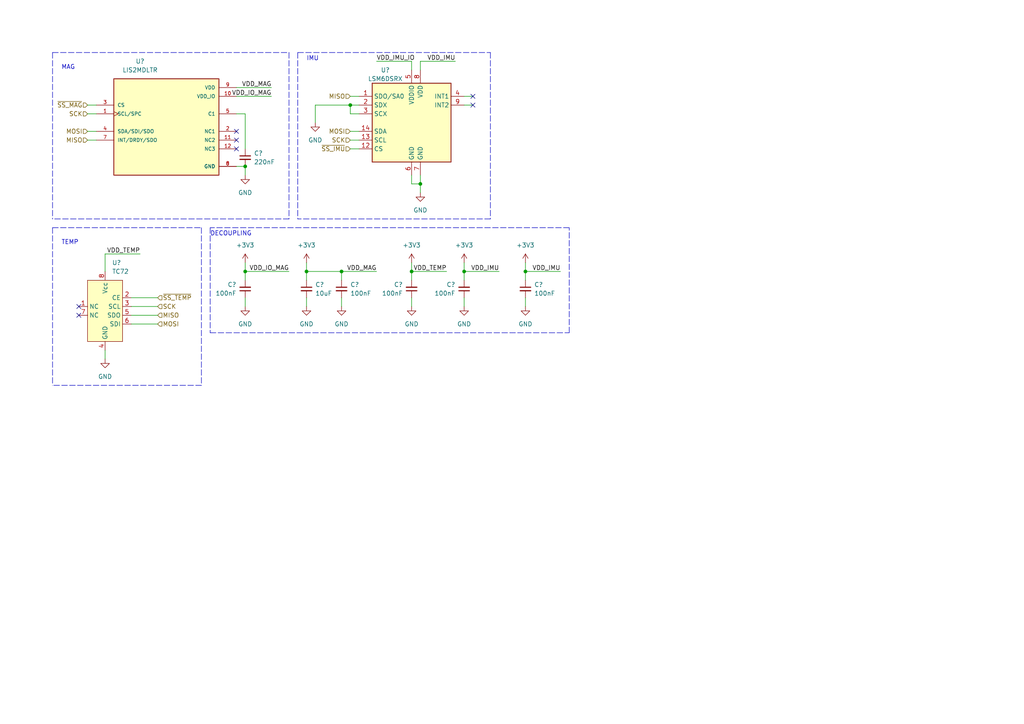
<source format=kicad_sch>
(kicad_sch (version 20211123) (generator eeschema)
  (paper "A4")
  (lib_symbols
    (symbol "Device:C_Small" (pin_numbers hide) (pin_names (offset 0.254) hide)
      (property "Reference" "C" (at 0.254 1.778 0))
      (property "Value" "C_Small" (at 0.254 -2.032 0))
      (symbol "C_Small_0_1"
        (polyline (pts (xy -1.524 -0.508) (xy 1.524 -0.508)) (stroke (width 0.3302)))
        (polyline (pts (xy -1.524 0.508) (xy 1.524 0.508)) (stroke (width 0.3048)))
      )
      (symbol "C_Small_1_1"
        (pin passive line (at 0 2.54 270) (length 2.032) (name "~") (number "1"))
        (pin passive line (at 0 -2.54 90) (length 2.032) (name "~") (number "2"))
      )
    )
    (symbol "Sensor_Motion:LSM6DS3"
      (property "Reference" "U" (at -11.43 15.24 0))
      (property "Value" "LSM6DS3" (at -11.43 12.7 0))
      (symbol "LSM6DS3_0_1"
        (rectangle (start 11.43 11.43) (end -11.43 -11.43) (stroke (width 0.254)) (fill (type background)))
      )
      (symbol "LSM6DS3_1_1"
        (pin bidirectional line (at -15.24 7.62 0) (length 3.81) (name "SDO/SA0") (number "1"))
        (pin no_connect line (at 10.16 -5.08 180) (length 3.81) hide (name "NC") (number "10"))
        (pin no_connect line (at 10.16 -2.54 180) (length 3.81) hide (name "NC") (number "11"))
        (pin input line (at -15.24 -7.62 0) (length 3.81) (name "CS") (number "12"))
        (pin input line (at -15.24 -5.08 0) (length 3.81) (name "SCL") (number "13"))
        (pin bidirectional line (at -15.24 -2.54 0) (length 3.81) (name "SDA") (number "14"))
        (pin bidirectional line (at -15.24 5.08 0) (length 3.81) (name "SDX") (number "2"))
        (pin input line (at -15.24 2.54 0) (length 3.81) (name "SCX") (number "3"))
        (pin output line (at 15.24 7.62 180) (length 3.81) (name "INT1") (number "4"))
        (pin power_in line (at 0 15.24 270) (length 3.81) (name "VDDIO") (number "5"))
        (pin power_in line (at 0 -15.24 90) (length 3.81) (name "GND") (number "6"))
        (pin power_in line (at 2.54 -15.24 90) (length 3.81) (name "GND") (number "7"))
        (pin power_in line (at 2.54 15.24 270) (length 3.81) (name "VDD") (number "8"))
        (pin output line (at 15.24 5.08 180) (length 3.81) (name "INT2") (number "9"))
      )
    )
    (symbol "power:+3.3V" (power) (pin_names (offset 0))
      (property "Value" "+3.3V" (at 0 3.556 0))
      (symbol "+3.3V_0_1"
        (polyline (pts (xy -0.762 1.27) (xy 0 2.54)))
        (polyline (pts (xy 0 0) (xy 0 2.54)))
        (polyline (pts (xy 0 2.54) (xy 0.762 1.27)))
      )
      (symbol "+3.3V_1_1"
        (pin power_in line (at 0 0 90) (length 0) hide (name "+3V3") (number "1"))
      )
    )
    (symbol "power:GND" (power) (pin_names (offset 0))
      (property "Value" "GND" (at 0 -3.81 0))
      (symbol "GND_0_1"
        (polyline (pts (xy 0 0) (xy 0 -1.27) (xy 1.27 -1.27) (xy 0 -2.54) (xy -1.27 -1.27) (xy 0 -1.27)))
      )
      (symbol "GND_1_1"
        (pin power_in line (at 0 0 270) (length 0) hide (name "GND") (number "1"))
      )
    )
    (symbol "schematics:LIS2MDLTR" (pin_names (offset 1.016))
      (property "Reference" "U" (at -15.24 13.97 0))
      (property "Value" "LIS2MDLTR" (at -15.24 -17.78 0))
      (symbol "LIS2MDLTR_0_0"
        (rectangle (start -15.24 -15.24) (end 15.24 12.7) (stroke (width 0.254)) (fill (type background)))
        (pin input clock (at -20.32 2.54 0) (length 5.08) (name "SCL/SPC") (number "1"))
        (pin power_in line (at 20.32 7.62 180) (length 5.08) (name "VDD_IO") (number "10"))
        (pin passive line (at 20.32 -5.08 180) (length 5.08) (name "NC2") (number "11"))
        (pin passive line (at 20.32 -7.62 180) (length 5.08) (name "NC3") (number "12"))
        (pin passive line (at 20.32 -2.54 180) (length 5.08) (name "NC1") (number "2"))
        (pin input line (at -20.32 5.08 0) (length 5.08) (name "CS") (number "3"))
        (pin bidirectional line (at -20.32 -2.54 0) (length 5.08) (name "SDA/SDI/SDO") (number "4"))
        (pin passive line (at 20.32 2.54 180) (length 5.08) (name "C1") (number "5"))
        (pin power_in line (at 20.32 -12.7 180) (length 5.08) (name "GND") (number "6"))
        (pin bidirectional line (at -20.32 -5.08 0) (length 5.08) (name "INT/DRDY/SDO") (number "7"))
        (pin power_in line (at 20.32 -12.7 180) (length 5.08) (name "GND") (number "8"))
        (pin power_in line (at 20.32 10.16 180) (length 5.08) (name "VDD") (number "9"))
      )
    )
    (symbol "schematics:TC72"
      (property "Reference" "U" (at 6.35 12.7 0))
      (property "Value" "TC72" (at 6.35 10.16 0))
      (symbol "TC72_0_1"
        (rectangle (start -5.08 7.62) (end 5.08 -10.16) (fill (type background)))
      )
      (symbol "TC72_1_1"
        (pin input line (at -7.62 0 0) (length 2.54) (name "NC") (number "1"))
        (pin input line (at 7.62 2.54 180) (length 2.54) (name "CE") (number "2"))
        (pin input line (at 7.62 0 180) (length 2.54) (name "SCL") (number "3"))
        (pin input line (at 0 -12.7 90) (length 2.54) (name "GND") (number "4"))
        (pin input line (at 7.62 -2.54 180) (length 2.54) (name "SDO") (number "5"))
        (pin input line (at 7.62 -5.08 180) (length 2.54) (name "SDI") (number "6"))
        (pin input line (at -7.62 -2.54 0) (length 2.54) (name "NC") (number "7"))
        (pin input line (at 0 10.16 270) (length 2.54) (name "Vcc") (number "8"))
      )
    )
  )
  (junction (at 71.12 48.26))
  (junction (at 99.06 78.74))
  (junction (at 121.92 53.34))
  (junction (at 152.4 78.74))
  (junction (at 101.6 30.48))
  (junction (at 119.38 78.74))
  (junction (at 71.12 78.74))
  (junction (at 88.9 78.74))
  (junction (at 134.62 78.74))
  (no_connect (at 137.16 27.94))
  (no_connect (at 137.16 30.48))
  (no_connect (at 22.86 88.9))
  (no_connect (at 22.86 91.44))
  (no_connect (at 68.58 38.1))
  (no_connect (at 68.58 43.18))
  (no_connect (at 68.58 40.64))
  (wire (pts (xy 101.6 40.64) (xy 104.14 40.64)))
  (wire (pts (xy 119.38 86.36) (xy 119.38 88.9)))
  (wire (pts (xy 119.38 78.74) (xy 119.38 81.28)))
  (wire (pts (xy 88.9 76.2) (xy 88.9 78.74)))
  (wire (pts (xy 152.4 78.74) (xy 152.4 81.28)))
  (polyline (pts (xy 15.24 15.24) (xy 15.24 63.5)))
  (polyline (pts (xy 86.36 15.24) (xy 142.24 15.24)))
  (wire (pts (xy 71.12 48.26) (xy 71.12 50.8)))
  (wire (pts (xy 91.44 30.48) (xy 101.6 30.48)))
  (wire (pts (xy 25.4 30.48) (xy 27.94 30.48)))
  (wire (pts (xy 101.6 38.1) (xy 104.14 38.1)))
  (wire (pts (xy 121.92 53.34) (xy 121.92 55.88)))
  (wire (pts (xy 68.58 33.02) (xy 71.12 33.02)))
  (wire (pts (xy 91.44 30.48) (xy 91.44 35.56)))
  (wire (pts (xy 71.12 78.74) (xy 71.12 81.28)))
  (wire (pts (xy 119.38 17.78) (xy 119.38 20.32)))
  (polyline (pts (xy 15.24 66.04) (xy 58.42 66.04)))
  (wire (pts (xy 38.1 93.98) (xy 45.72 93.98)))
  (wire (pts (xy 88.9 86.36) (xy 88.9 88.9)))
  (wire (pts (xy 25.4 38.1) (xy 27.94 38.1)))
  (polyline (pts (xy 60.96 96.52) (xy 165.1 96.52)))
  (wire (pts (xy 121.92 50.8) (xy 121.92 53.34)))
  (wire (pts (xy 30.48 73.66) (xy 40.64 73.66)))
  (wire (pts (xy 68.58 27.94) (xy 78.74 27.94)))
  (polyline (pts (xy 60.96 66.04) (xy 60.96 96.52)))
  (polyline (pts (xy 83.82 63.5) (xy 15.24 63.5)))
  (wire (pts (xy 121.92 17.78) (xy 121.92 20.32)))
  (wire (pts (xy 25.4 40.64) (xy 27.94 40.64)))
  (wire (pts (xy 99.06 78.74) (xy 109.22 78.74)))
  (wire (pts (xy 134.62 27.94) (xy 137.16 27.94)))
  (polyline (pts (xy 15.24 66.04) (xy 15.24 111.76)))
  (polyline (pts (xy 142.24 15.24) (xy 142.24 63.5)))
  (polyline (pts (xy 142.24 63.5) (xy 86.36 63.5)))
  (polyline (pts (xy 83.82 15.24) (xy 83.82 63.5)))
  (wire (pts (xy 71.12 33.02) (xy 71.12 43.18)))
  (wire (pts (xy 132.08 17.78) (xy 121.92 17.78)))
  (wire (pts (xy 99.06 78.74) (xy 99.06 81.28)))
  (wire (pts (xy 134.62 86.36) (xy 134.62 88.9)))
  (wire (pts (xy 152.4 76.2) (xy 152.4 78.74)))
  (wire (pts (xy 101.6 33.02) (xy 104.14 33.02)))
  (wire (pts (xy 71.12 78.74) (xy 83.82 78.74)))
  (wire (pts (xy 119.38 50.8) (xy 119.38 53.34)))
  (wire (pts (xy 109.22 17.78) (xy 119.38 17.78)))
  (wire (pts (xy 119.38 78.74) (xy 129.54 78.74)))
  (polyline (pts (xy 165.1 96.52) (xy 165.1 66.04)))
  (wire (pts (xy 101.6 27.94) (xy 104.14 27.94)))
  (wire (pts (xy 68.58 25.4) (xy 78.74 25.4)))
  (wire (pts (xy 99.06 86.36) (xy 99.06 88.9)))
  (polyline (pts (xy 15.24 15.24) (xy 83.82 15.24)))
  (wire (pts (xy 38.1 88.9) (xy 45.72 88.9)))
  (wire (pts (xy 38.1 91.44) (xy 45.72 91.44)))
  (wire (pts (xy 88.9 78.74) (xy 88.9 81.28)))
  (polyline (pts (xy 165.1 66.04) (xy 60.96 66.04)))
  (wire (pts (xy 134.62 76.2) (xy 134.62 78.74)))
  (wire (pts (xy 68.58 48.26) (xy 71.12 48.26)))
  (polyline (pts (xy 58.42 66.04) (xy 58.42 111.76)))
  (wire (pts (xy 71.12 76.2) (xy 71.12 78.74)))
  (wire (pts (xy 152.4 78.74) (xy 162.56 78.74)))
  (wire (pts (xy 119.38 76.2) (xy 119.38 78.74)))
  (wire (pts (xy 25.4 33.02) (xy 27.94 33.02)))
  (wire (pts (xy 30.48 101.6) (xy 30.48 104.14)))
  (wire (pts (xy 88.9 78.74) (xy 99.06 78.74)))
  (wire (pts (xy 104.14 30.48) (xy 101.6 30.48)))
  (wire (pts (xy 134.62 78.74) (xy 134.62 81.28)))
  (wire (pts (xy 134.62 30.48) (xy 137.16 30.48)))
  (wire (pts (xy 152.4 86.36) (xy 152.4 88.9)))
  (wire (pts (xy 101.6 30.48) (xy 101.6 33.02)))
  (wire (pts (xy 71.12 86.36) (xy 71.12 88.9)))
  (wire (pts (xy 134.62 78.74) (xy 144.78 78.74)))
  (wire (pts (xy 30.48 73.66) (xy 30.48 78.74)))
  (wire (pts (xy 101.6 43.18) (xy 104.14 43.18)))
  (wire (pts (xy 38.1 86.36) (xy 45.72 86.36)))
  (polyline (pts (xy 58.42 111.76) (xy 15.24 111.76)))
  (polyline (pts (xy 86.36 15.24) (xy 86.36 63.5)))
  (wire (pts (xy 119.38 53.34) (xy 121.92 53.34)))
  (text "MAG\n" (at 17.78 20.32 0) (effects (font (size 1.27 1.27)) (justify left bottom)))
  (text "DECOUPLING\n" (at 60.96 68.58 0) (effects (font (size 1.27 1.27)) (justify left bottom)))
  (text "IMU\n" (at 88.9 17.78 0) (effects (font (size 1.27 1.27)) (justify left bottom)))
  (text "TEMP\n" (at 17.78 71.12 0) (effects (font (size 1.27 1.27)) (justify left bottom)))
  (label "VDD_TEMP" (at 129.54 78.74 180))
  (label "VDD_MAG" (at 78.74 25.4 180))
  (label "VDD_IMU" (at 132.08 17.78 180))
  (label "VDD_IMU" (at 162.56 78.74 180))
  (label "VDD_TEMP" (at 40.64 73.66 180))
  (label "VDD_IO_MAG" (at 78.74 27.94 180))
  (label "VDD_IMU" (at 144.78 78.74 180))
  (label "VDD_IO_MAG" (at 83.82 78.74 180))
  (label "VDD_MAG" (at 109.22 78.74 180))
  (label "VDD_IMU_IO" (at 109.22 17.78 0))
  (hierarchical_label "MOSI" (shape input) (at 101.6 38.1 180))
  (hierarchical_label "MOSI" (shape input) (at 25.4 38.1 180))
  (hierarchical_label "~{SS_MAG}" (shape input) (at 25.4 30.48 180))
  (hierarchical_label "~{SS_TEMP}" (shape input) (at 45.72 86.36 0))
  (hierarchical_label "SCK" (shape input) (at 25.4 33.02 180))
  (hierarchical_label "MOSI" (shape input) (at 45.72 93.98 0))
  (hierarchical_label "SCK" (shape input) (at 101.6 40.64 180))
  (hierarchical_label "MISO" (shape input) (at 101.6 27.94 180))
  (hierarchical_label "~{SS_IMU}" (shape input) (at 101.6 43.18 180))
  (hierarchical_label "MISO" (shape input) (at 45.72 91.44 0))
  (hierarchical_label "MISO" (shape input) (at 25.4 40.64 180))
  (hierarchical_label "SCK" (shape input) (at 45.72 88.9 0))
  (symbol (lib_id "power:GND") (at 30.48 104.14 0) (unit 1)
    (property "Reference" "#PWR?" (effects hide))
    (property "Value" "GND" (at 30.48 109.22 0))
  )
  (symbol (lib_id "Device:C_Small") (at 71.12 45.72 0) (unit 1)
    (property "Reference" "C?" (at 73.66 44.4562 0) (effects (justify left)))
    (property "Value" "220nF" (at 73.66 46.9962 0) (effects (justify left)))
  )
  (symbol (lib_id "power:GND") (at 99.06 88.9 0) (mirror y) (unit 1)
    (property "Reference" "#PWR?" (effects hide))
    (property "Value" "GND" (at 99.06 93.98 0))
  )
  (symbol (lib_id "power:+3.3V") (at 71.12 76.2 0) (unit 1)
    (property "Reference" "#PWR?" (effects hide))
    (property "Value" "+3.3V" (at 71.12 71.12 0))
  )
  (symbol (lib_id "schematics:TC72") (at 30.48 88.9 0) (unit 1)
    (property "Reference" "U?" (at 32.4994 76.2 0) (effects (justify left)))
    (property "Value" "TC72" (at 32.4994 78.74 0) (effects (justify left)))
  )
  (symbol (lib_id "power:+3.3V") (at 88.9 76.2 0) (unit 1)
    (property "Reference" "#PWR?" (effects hide))
    (property "Value" "+3.3V" (at 88.9 71.12 0))
  )
  (symbol (lib_id "power:GND") (at 71.12 88.9 0) (mirror y) (unit 1)
    (property "Reference" "#PWR?" (effects hide))
    (property "Value" "GND" (at 71.12 93.98 0))
  )
  (symbol (lib_id "power:GND") (at 121.92 55.88 0) (mirror y) (unit 1)
    (property "Reference" "#PWR?" (effects hide))
    (property "Value" "GND" (at 121.92 60.96 0))
  )
  (symbol (lib_id "Device:C_Small") (at 119.38 83.82 0) (mirror x) (unit 1)
    (property "Reference" "C?" (at 116.84 82.5435 0) (effects (justify right)))
    (property "Value" "100nF" (at 116.84 85.0835 0) (effects (justify right)))
  )
  (symbol (lib_id "power:+3.3V") (at 119.38 76.2 0) (unit 1)
    (property "Reference" "#PWR?" (effects hide))
    (property "Value" "+3.3V" (at 119.38 71.12 0))
  )
  (symbol (lib_id "power:GND") (at 88.9 88.9 0) (mirror y) (unit 1)
    (property "Reference" "#PWR?" (effects hide))
    (property "Value" "GND" (at 88.9 93.98 0))
  )
  (symbol (lib_id "power:GND") (at 71.12 50.8 0) (unit 1)
    (property "Reference" "#PWR?" (effects hide))
    (property "Value" "GND" (at 71.12 55.88 0))
  )
  (symbol (lib_id "power:+3.3V") (at 134.62 76.2 0) (unit 1)
    (property "Reference" "#PWR?" (effects hide))
    (property "Value" "+3.3V" (at 134.62 71.12 0))
  )
  (symbol (lib_id "power:GND") (at 119.38 88.9 0) (unit 1)
    (property "Reference" "#PWR?" (effects hide))
    (property "Value" "GND" (at 119.38 93.98 0))
  )
  (symbol (lib_id "Device:C_Small") (at 134.62 83.82 0) (mirror x) (unit 1)
    (property "Reference" "C?" (at 132.08 82.5435 0) (effects (justify right)))
    (property "Value" "100nF" (at 132.08 85.0835 0) (effects (justify right)))
  )
  (symbol (lib_id "Device:C_Small") (at 152.4 83.82 0) (unit 1)
    (property "Reference" "C?" (at 154.94 82.5562 0) (effects (justify left)))
    (property "Value" "100nF" (at 154.94 85.0962 0) (effects (justify left)))
  )
  (symbol (lib_id "Sensor_Motion:LSM6DS3") (at 119.38 35.56 0) (unit 1)
    (property "Reference" "U?" (at 111.76 20.32 0))
    (property "Value" "LSM6DSRX" (at 111.76 22.86 0))
    (property "Footprint" "Package_LGA:LGA-14_3x2.5mm_P0.5mm_LayoutBorder3x4y" (effects hide))
    (property "Datasheet" "www.st.com/resource/en/datasheet/lsm6ds3.pdf" (effects hide))
  )
  (symbol (lib_id "power:GND") (at 152.4 88.9 0) (mirror y) (unit 1)
    (property "Reference" "#PWR?" (effects hide))
    (property "Value" "GND" (at 152.4 93.98 0))
  )
  (symbol (lib_id "Device:C_Small") (at 71.12 83.82 0) (mirror x) (unit 1)
    (property "Reference" "C?" (at 68.58 82.5435 0) (effects (justify right)))
    (property "Value" "100nF" (at 68.58 85.0835 0) (effects (justify right)))
  )
  (symbol (lib_id "power:GND") (at 134.62 88.9 0) (mirror y) (unit 1)
    (property "Reference" "#PWR?" (effects hide))
    (property "Value" "GND" (at 134.62 93.98 0))
  )
  (symbol (lib_id "power:+3.3V") (at 152.4 76.2 0) (unit 1)
    (property "Reference" "#PWR?" (effects hide))
    (property "Value" "+3.3V" (at 152.4 71.12 0))
  )
  (symbol (lib_id "Device:C_Small") (at 99.06 83.82 0) (unit 1)
    (property "Reference" "C?" (at 101.6 82.5562 0) (effects (justify left)))
    (property "Value" "100nF" (at 101.6 85.0962 0) (effects (justify left)))
  )
  (symbol (lib_id "schematics:LIS2MDLTR") (at 48.26 35.56 0) (unit 1)
    (property "Reference" "U?" (at 40.64 17.78 0))
    (property "Value" "LIS2MDLTR" (at 40.64 20.32 0))
    (property "Footprint" "footprints:PQFN50P200X200X70-12N" (effects hide))
    (property "MANUFACTURER" "STMicroelectronics" (effects hide))
    (property "MAXIMUM_PACKAGE_HEIGHT" "0.7 mm" (effects hide))
    (property "PARTREV" "Rev 5" (effects hide))
    (property "STANDARD" "IPC 7351B" (effects hide))
  )
  (symbol (lib_id "power:GND") (at 91.44 35.56 0) (mirror y) (unit 1)
    (property "Reference" "#PWR?" (effects hide))
    (property "Value" "GND" (at 91.44 40.64 0))
  )
  (symbol (lib_id "Device:C_Small") (at 88.9 83.82 0) (unit 1)
    (property "Reference" "C?" (at 91.44 82.5562 0) (effects (justify left)))
    (property "Value" "10uF" (at 91.44 85.0962 0) (effects (justify left)))
  )
)
</source>
